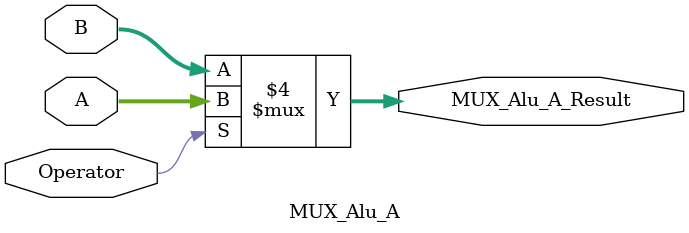
<source format=sv>
module MUX_Alu_A(
  input logic [31:0] A,
  input logic [31:0] B,
  input logic Operator,
  output logic [31:0] MUX_Alu_A_Result
);
  
  always@(*) begin
    if(Operator == 1)
      MUX_Alu_A_Result = A;
    else 
      MUX_Alu_A_Result = B;
  end
  
endmodule
</source>
